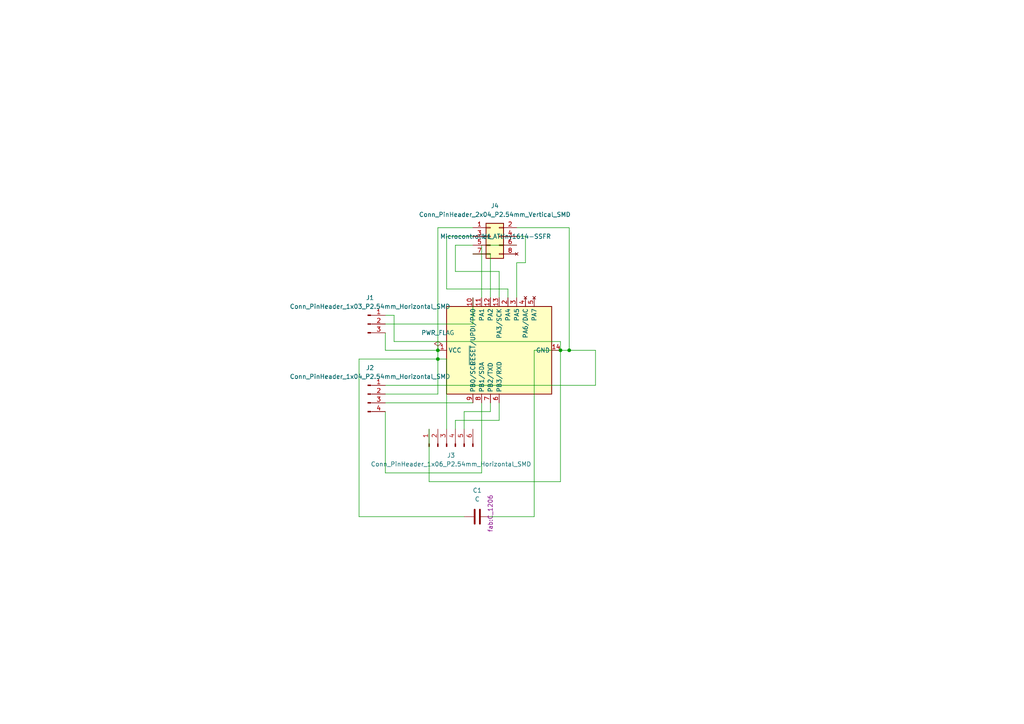
<source format=kicad_sch>
(kicad_sch (version 20211123) (generator eeschema)
  (paper "A4")
  (lib_symbols
    (symbol "Conn_PinHeader_2x04_P2.54mm_Vertical_SMD_1" (pin_names (offset 1.016) hide)
      (property "Reference" "J4" (at 1.27 8.89 0))
      (property "Value" "Conn_PinHeader_2x04_P2.54mm_Vertical_SMD_1" (at 1.27 6.35 0))
      (symbol "Conn_PinHeader_2x04_P2.54mm_Vertical_SMD_1_1_1"
        (rectangle (start -1.27 -4.953) (end 0 -5.207) (stroke (width 0.1524)))
        (rectangle (start -1.27 -2.413) (end 0 -2.667) (stroke (width 0.1524)))
        (rectangle (start -1.27 0.127) (end 0 -0.127) (stroke (width 0.1524)))
        (rectangle (start -1.27 2.667) (end 0 2.413) (stroke (width 0.1524)))
        (rectangle (start -1.27 3.81) (end 3.81 -6.35) (stroke (width 0.254)) (fill (type background)))
        (rectangle (start 3.81 -4.953) (end 2.54 -5.207) (stroke (width 0.1524)))
        (rectangle (start 3.81 -2.413) (end 2.54 -2.667) (stroke (width 0.1524)))
        (rectangle (start 3.81 0.127) (end 2.54 -0.127) (stroke (width 0.1524)))
        (rectangle (start 3.81 2.667) (end 2.54 2.413) (stroke (width 0.1524)))
        (pin passive line (at -5.08 2.54 0) (length 3.81) (name "Pin_1") (number "1"))
        (pin passive line (at 7.62 2.54 180) (length 3.81) (name "Pin_2") (number "2"))
        (pin passive line (at -5.08 0 0) (length 3.81) (name "Pin_3") (number "3"))
        (pin passive line (at 7.62 0 180) (length 3.81) (name "Pin_4") (number "4"))
        (pin passive line (at -5.08 -2.54 0) (length 3.81) (name "Pin_5") (number "5"))
        (pin passive line (at 7.62 -2.54 180) (length 3.81) (name "Pin_6") (number "6"))
        (pin passive line (at -5.08 -5.08 0) (length 3.81) (name "Pin_7") (number "7"))
        (pin no_connect line (at 7.62 -5.08 180) (length 3.81) (name "Pin_8") (number "8"))
      )
    )
    (symbol "Device:C" (pin_numbers hide) (pin_names (offset 0.254))
      (property "Reference" "C" (at 0.635 2.54 0))
      (property "Value" "C" (at 0.635 -2.54 0))
      (symbol "C_0_1"
        (polyline (pts (xy -2.032 -0.762) (xy 2.032 -0.762)) (stroke (width 0.508)))
        (polyline (pts (xy -2.032 0.762) (xy 2.032 0.762)) (stroke (width 0.508)))
      )
      (symbol "C_1_1"
        (pin passive line (at 0 3.81 270) (length 2.794) (name "~") (number "1"))
        (pin passive line (at 0 -3.81 90) (length 2.794) (name "~") (number "2"))
      )
    )
    (symbol "Microcontroller_ATtiny1614-SSFR_1"
      (property "Reference" "U?" (at 33.02 3.5814 90))
      (property "Value" "Microcontroller_ATtiny1614-SSFR" (at 33.02 1.0414 90))
      (symbol "Microcontroller_ATtiny1614-SSFR_1_0_1"
        (rectangle (start -12.7 -15.24) (end 12.7 15.24) (stroke (width 0.254)) (fill (type background)))
      )
      (symbol "Microcontroller_ATtiny1614-SSFR_1_1_1"
        (pin power_in line (at 0 17.78 270) (length 2.54) (name "VCC") (number "1"))
        (pin bidirectional line (at 15.24 7.62 180) (length 2.54) (name "~{RESET}/UPDI/PA0") (number "10"))
        (pin bidirectional line (at 15.24 5.08 180) (length 2.54) (name "PA1") (number "11"))
        (pin bidirectional line (at 15.24 2.54 180) (length 2.54) (name "PA2") (number "12"))
        (pin bidirectional line (at 15.24 0 180) (length 2.54) (name "PA3/SCK") (number "13"))
        (pin power_out line (at 0 -17.78 90) (length 2.54) (name "GND") (number "14"))
        (pin bidirectional line (at 15.24 -2.54 180) (length 2.54) (name "PA4") (number "2"))
        (pin bidirectional line (at 15.24 -5.08 180) (length 2.54) (name "PA5") (number "3"))
        (pin no_connect line (at 15.24 -7.62 180) (length 2.54) (name "PA6/DAC") (number "4"))
        (pin no_connect line (at 15.24 -10.16 180) (length 2.54) (name "PA7") (number "5"))
        (pin bidirectional line (at -15.24 0 0) (length 2.54) (name "PB3/RXD") (number "6"))
        (pin bidirectional line (at -15.24 2.54 0) (length 2.54) (name "PB2/TXD") (number "7"))
        (pin bidirectional line (at -15.24 5.08 0) (length 2.54) (name "PB1/SDA") (number "8"))
        (pin bidirectional line (at -15.24 7.62 0) (length 2.54) (name "PB0/SCL") (number "9"))
      )
    )
    (symbol "fab:Conn_PinHeader_1x03_P2.54mm_Horizontal_SMD" (pin_names (offset 1.016) hide)
      (property "Reference" "J" (at 0 5.08 0))
      (property "Value" "Conn_PinHeader_1x03_P2.54mm_Horizontal_SMD" (at 0 -5.08 0))
      (symbol "Conn_PinHeader_1x03_P2.54mm_Horizontal_SMD_1_1"
        (polyline (pts (xy 1.27 -2.54) (xy 0.8636 -2.54)) (stroke (width 0.1524)))
        (polyline (pts (xy 1.27 0) (xy 0.8636 0)) (stroke (width 0.1524)))
        (polyline (pts (xy 1.27 2.54) (xy 0.8636 2.54)) (stroke (width 0.1524)))
        (rectangle (start 0.8636 -2.413) (end 0 -2.667) (stroke (width 0.1524)) (fill (type outline)))
        (rectangle (start 0.8636 0.127) (end 0 -0.127) (stroke (width 0.1524)) (fill (type outline)))
        (rectangle (start 0.8636 2.667) (end 0 2.413) (stroke (width 0.1524)) (fill (type outline)))
        (pin passive line (at 5.08 2.54 180) (length 3.81) (name "Pin_1") (number "1"))
        (pin passive line (at 5.08 0 180) (length 3.81) (name "Pin_2") (number "2"))
        (pin passive line (at 5.08 -2.54 180) (length 3.81) (name "Pin_3") (number "3"))
      )
    )
    (symbol "fab:Conn_PinHeader_1x04_P2.54mm_Horizontal_SMD" (pin_names (offset 1.016) hide)
      (property "Reference" "J" (at 0 5.08 0))
      (property "Value" "Conn_PinHeader_1x04_P2.54mm_Horizontal_SMD" (at 0 -7.62 0))
      (symbol "Conn_PinHeader_1x04_P2.54mm_Horizontal_SMD_1_1"
        (polyline (pts (xy 1.27 -5.08) (xy 0.8636 -5.08)) (stroke (width 0.1524)))
        (polyline (pts (xy 1.27 -2.54) (xy 0.8636 -2.54)) (stroke (width 0.1524)))
        (polyline (pts (xy 1.27 0) (xy 0.8636 0)) (stroke (width 0.1524)))
        (polyline (pts (xy 1.27 2.54) (xy 0.8636 2.54)) (stroke (width 0.1524)))
        (rectangle (start 0.8636 -4.953) (end 0 -5.207) (stroke (width 0.1524)) (fill (type outline)))
        (rectangle (start 0.8636 -2.413) (end 0 -2.667) (stroke (width 0.1524)) (fill (type outline)))
        (rectangle (start 0.8636 0.127) (end 0 -0.127) (stroke (width 0.1524)) (fill (type outline)))
        (rectangle (start 0.8636 2.667) (end 0 2.413) (stroke (width 0.1524)) (fill (type outline)))
        (pin passive line (at 5.08 2.54 180) (length 3.81) (name "Pin_1") (number "1"))
        (pin passive line (at 5.08 0 180) (length 3.81) (name "Pin_2") (number "2"))
        (pin passive line (at 5.08 -2.54 180) (length 3.81) (name "Pin_3") (number "3"))
        (pin passive line (at 5.08 -5.08 180) (length 3.81) (name "Pin_4") (number "4"))
      )
    )
    (symbol "fab:Conn_PinHeader_1x06_P2.54mm_Horizontal_SMD" (pin_names (offset 1.016) hide)
      (property "Reference" "J" (at 0 7.62 0))
      (property "Value" "Conn_PinHeader_1x06_P2.54mm_Horizontal_SMD" (at 0 -10.16 0))
      (symbol "Conn_PinHeader_1x06_P2.54mm_Horizontal_SMD_1_1"
        (polyline (pts (xy 1.27 -7.62) (xy 0.8636 -7.62)) (stroke (width 0.1524)))
        (polyline (pts (xy 1.27 -5.08) (xy 0.8636 -5.08)) (stroke (width 0.1524)))
        (polyline (pts (xy 1.27 -2.54) (xy 0.8636 -2.54)) (stroke (width 0.1524)))
        (polyline (pts (xy 1.27 0) (xy 0.8636 0)) (stroke (width 0.1524)))
        (polyline (pts (xy 1.27 2.54) (xy 0.8636 2.54)) (stroke (width 0.1524)))
        (polyline (pts (xy 1.27 5.08) (xy 0.8636 5.08)) (stroke (width 0.1524)))
        (rectangle (start 0.8636 -7.493) (end 0 -7.747) (stroke (width 0.1524)) (fill (type outline)))
        (rectangle (start 0.8636 -4.953) (end 0 -5.207) (stroke (width 0.1524)) (fill (type outline)))
        (rectangle (start 0.8636 -2.413) (end 0 -2.667) (stroke (width 0.1524)) (fill (type outline)))
        (rectangle (start 0.8636 0.127) (end 0 -0.127) (stroke (width 0.1524)) (fill (type outline)))
        (rectangle (start 0.8636 2.667) (end 0 2.413) (stroke (width 0.1524)) (fill (type outline)))
        (rectangle (start 0.8636 5.207) (end 0 4.953) (stroke (width 0.1524)) (fill (type outline)))
        (pin passive line (at 5.08 5.08 180) (length 3.81) (name "Pin_1") (number "1"))
        (pin passive line (at 5.08 2.54 180) (length 3.81) (name "Pin_2") (number "2"))
        (pin passive line (at 5.08 0 180) (length 3.81) (name "Pin_3") (number "3"))
        (pin passive line (at 5.08 -2.54 180) (length 3.81) (name "Pin_4") (number "4"))
        (pin passive line (at 5.08 -5.08 180) (length 3.81) (name "Pin_5") (number "5"))
        (pin passive line (at 5.08 -7.62 180) (length 3.81) (name "Pin_6") (number "6"))
      )
    )
    (symbol "power:PWR_FLAG" (power) (pin_numbers hide) (pin_names (offset 0) hide)
      (property "Value" "PWR_FLAG" (at 0 3.81 0))
      (symbol "PWR_FLAG_0_0"
        (pin power_out line (at 0 0 90) (length 0) (name "pwr") (number "1"))
      )
      (symbol "PWR_FLAG_0_1"
        (polyline (pts (xy 0 0) (xy 0 1.27) (xy -1.016 1.905) (xy 0 2.54) (xy 1.016 1.905) (xy 0 1.27)))
      )
    )
  )
  (junction (at 162.56 101.6))
  (junction (at 127 104.14))
  (junction (at 165.1 101.6))
  (junction (at 127 101.6))
  (wire (pts (xy 149.86 66.04) (xy 165.1 66.04)))
  (wire (pts (xy 124.46 139.7) (xy 124.46 124.46)))
  (wire (pts (xy 142.24 86.36) (xy 142.24 73.66)))
  (wire (pts (xy 127 101.6) (xy 127 66.04)))
  (wire (pts (xy 142.24 73.66) (xy 137.16 73.66)))
  (wire (pts (xy 144.78 121.92) (xy 144.78 116.84)))
  (wire (pts (xy 132.08 121.92) (xy 132.08 124.46)))
  (wire (pts (xy 154.94 101.6) (xy 162.56 101.6)))
  (wire (pts (xy 114.3 99.06) (xy 114.3 91.44)))
  (wire (pts (xy 154.94 149.86) (xy 154.94 101.6)))
  (wire (pts (xy 149.86 86.36) (xy 149.86 76.2)))
  (wire (pts (xy 147.32 86.36) (xy 147.32 83.82)))
  (wire (pts (xy 165.1 101.6) (xy 165.1 66.04)))
  (wire (pts (xy 127 114.3) (xy 111.76 114.3)))
  (wire (pts (xy 139.7 86.36) (xy 139.7 71.12)))
  (wire (pts (xy 129.54 68.58) (xy 137.16 68.58)))
  (wire (pts (xy 147.32 83.82) (xy 129.54 83.82)))
  (wire (pts (xy 129.54 124.46) (xy 129.54 104.14)))
  (wire (pts (xy 134.62 124.46) (xy 134.62 119.38)))
  (wire (pts (xy 149.86 76.2) (xy 152.4 76.2)))
  (wire (pts (xy 111.76 101.6) (xy 111.76 96.52)))
  (wire (pts (xy 132.08 121.92) (xy 144.78 121.92)))
  (wire (pts (xy 134.62 119.38) (xy 142.24 119.38)))
  (wire (pts (xy 139.7 137.16) (xy 111.76 137.16)))
  (wire (pts (xy 149.86 68.58) (xy 152.4 68.58)))
  (wire (pts (xy 162.56 101.6) (xy 162.56 99.06)))
  (wire (pts (xy 132.08 78.74) (xy 132.08 71.12)))
  (wire (pts (xy 172.72 101.6) (xy 172.72 111.76)))
  (wire (pts (xy 104.14 149.86) (xy 134.62 149.86)))
  (wire (pts (xy 142.24 116.84) (xy 142.24 119.38)))
  (wire (pts (xy 132.08 71.12) (xy 137.16 71.12)))
  (wire (pts (xy 142.24 149.86) (xy 154.94 149.86)))
  (wire (pts (xy 162.56 99.06) (xy 114.3 99.06)))
  (wire (pts (xy 139.7 116.84) (xy 139.7 137.16)))
  (wire (pts (xy 172.72 111.76) (xy 111.76 111.76)))
  (wire (pts (xy 127 101.6) (xy 127 104.14)))
  (wire (pts (xy 127 66.04) (xy 137.16 66.04)))
  (wire (pts (xy 111.76 116.84) (xy 137.16 116.84)))
  (wire (pts (xy 152.4 76.2) (xy 152.4 68.58)))
  (wire (pts (xy 137.16 93.98) (xy 111.76 93.98)))
  (wire (pts (xy 127 101.6) (xy 111.76 101.6)))
  (wire (pts (xy 144.78 86.36) (xy 144.78 78.74)))
  (wire (pts (xy 162.56 139.7) (xy 124.46 139.7)))
  (wire (pts (xy 111.76 137.16) (xy 111.76 119.38)))
  (wire (pts (xy 137.16 86.36) (xy 137.16 93.98)))
  (wire (pts (xy 104.14 104.14) (xy 104.14 149.86)))
  (wire (pts (xy 165.1 101.6) (xy 172.72 101.6)))
  (wire (pts (xy 129.54 104.14) (xy 127 104.14)))
  (wire (pts (xy 139.7 71.12) (xy 149.86 71.12)))
  (wire (pts (xy 127 104.14) (xy 127 114.3)))
  (wire (pts (xy 129.54 83.82) (xy 129.54 68.58)))
  (wire (pts (xy 114.3 91.44) (xy 111.76 91.44)))
  (wire (pts (xy 162.56 101.6) (xy 165.1 101.6)))
  (wire (pts (xy 144.78 78.74) (xy 132.08 78.74)))
  (wire (pts (xy 162.56 101.6) (xy 162.56 139.7)))
  (wire (pts (xy 127 104.14) (xy 104.14 104.14)))
  (symbol (lib_name "Microcontroller_ATtiny1614-SSFR_1") (lib_id "fab:Microcontroller_ATtiny1614-SSFR") (at 144.78 101.6 90) (unit 1)
    (property "Reference" "U1" (at 141.1986 68.58 90))
    (property "Value" "Microcontroller_ATtiny1614-SSFR" (at 143.7386 68.58 90))
    (property "Footprint" "fab:SOIC-14_3.9x8.7mm_P1.27mm" (effects hide))
    (property "Datasheet" "http://ww1.microchip.com/downloads/en/DeviceDoc/ATtiny1614-16-17-DataSheet-DS40002204A.pdf" (effects hide))
  )
  (symbol (lib_name "Conn_PinHeader_2x04_P2.54mm_Vertical_SMD_1") (lib_id "fab:Conn_PinHeader_2x04_P2.54mm_Vertical_SMD") (at 142.24 68.58 0) (unit 1)
    (property "Reference" "J4" (at 143.51 59.69 0))
    (property "Value" "Conn_PinHeader_2x04_P2.54mm_Vertical_SMD" (at 143.51 62.23 0))
    (property "Footprint" "fab:PinHeader_2x04_P2.54mm_Vertical_SMD" (effects hide))
    (property "Datasheet" "https://cdn.amphenol-icc.com/media/wysiwyg/files/drawing/95278.pdf" (effects hide))
  )
  (symbol (lib_id "power:PWR_FLAG") (at 127 101.6 0) (unit 1)
    (property "Reference" "#FLG0101" (effects hide))
    (property "Value" "PWR_FLAG" (at 127 96.52 0))
  )
  (symbol (lib_id "fab:Conn_PinHeader_1x06_P2.54mm_Horizontal_SMD") (at 129.54 129.54 90) (unit 1)
    (property "Reference" "J3" (at 130.81 132.08 90))
    (property "Value" "Conn_PinHeader_1x06_P2.54mm_Horizontal_SMD" (at 130.81 134.62 90))
    (property "Footprint" "fab:PinHeader_1x06_P2.54mm_Horizontal_SMD" (effects hide))
  )
  (symbol (lib_id "fab:Conn_PinHeader_1x03_P2.54mm_Horizontal_SMD") (at 106.68 93.98 0) (unit 1)
    (property "Reference" "J1" (at 107.315 86.36 0))
    (property "Value" "Conn_PinHeader_1x03_P2.54mm_Horizontal_SMD" (at 107.315 88.9 0))
    (property "Footprint" "fab:PinHeader_1x03_P2.54mm_Horizontal_SMD" (effects hide))
  )
  (symbol (lib_id "fab:Conn_PinHeader_1x04_P2.54mm_Horizontal_SMD") (at 106.68 114.3 0) (unit 1)
    (property "Reference" "J2" (at 107.315 106.68 0))
    (property "Value" "Conn_PinHeader_1x04_P2.54mm_Horizontal_SMD" (at 107.315 109.22 0))
    (property "Footprint" "fab:PinHeader_1x04_P2.54mm_Horizontal_SMD" (effects hide))
  )
  (symbol (lib_id "Device:C") (at 138.43 149.86 90) (unit 1)
    (property "Reference" "C1" (at 138.43 142.24 90))
    (property "Value" "C" (at 138.43 144.78 90))
    (property "Footprint" "fab:C_1206" (at 142.24 148.8948 0))
  )
)
</source>
